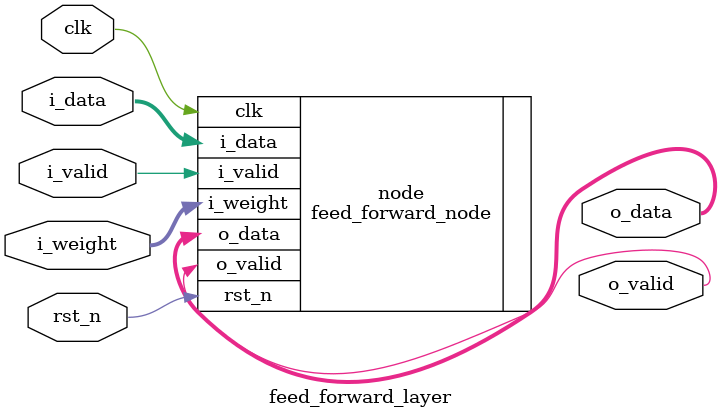
<source format=v>
`timescale 1ns/1ps
module feed_forward_layer
	#(	parameter DATA_WIDTH = 32,
		parameter NUMBER_OF_INPUT_NODE = 3,
		parameter NUMBER_OF_OUTPUT_NODE = 32,
		parameter LEAKYRELU_ENABLE = 1'b1,
		parameter [DATA_WIDTH-1:0]  ALPHA = 32'h3DCCCCCD
	)
	(	clk,
		rst_n,
		i_valid,
		i_weight,
		i_data,
		o_data,
		o_valid
	);
	
	//-----------------input and output port-----------------//
	input 									clk;
	input 									rst_n;
	input 									i_valid;
	input 		[DATA_WIDTH-1:0] 			i_weight;
	input		[DATA_WIDTH-1:0] 			i_data;
	output reg	[DATA_WIDTH-1:0] 			o_data;
	output reg 								o_valid;
	//-------------------------------------------------------//

	feed_forward_node 
		#( 	.DATA_WIDTH				(DATA_WIDTH),
			.NUMBER_OF_INPUT_NODE	(NUMBER_OF_INPUT_NODE),
			.LEAKYRELU_ENABLE		(LEAKYRELU_ENABLE),
			.ALPHA					(ALPHA)
		)
		node
		(	.clk					(clk),
			.rst_n					(rst_n),
			.i_valid				(i_valid),
			.i_weight				(i_weight),
			.i_data					(i_data),
			.o_data 				(o_data),
			.o_valid				(o_valid)
		);

endmodule

</source>
